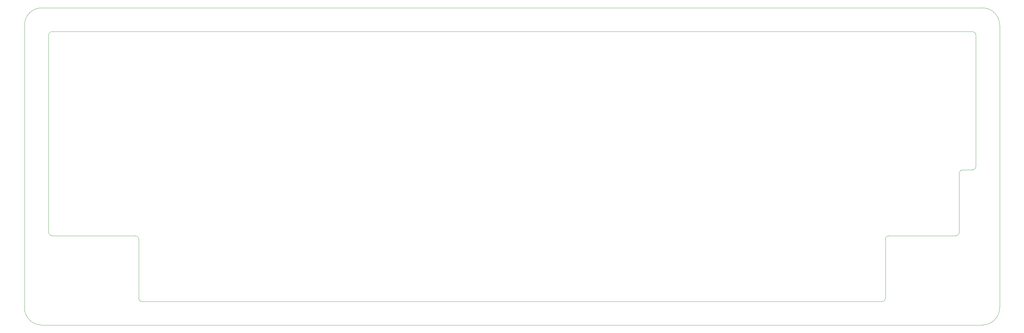
<source format=gm1>
G04 #@! TF.GenerationSoftware,KiCad,Pcbnew,(5.1.4-0-10_14)*
G04 #@! TF.CreationDate,2020-05-16T16:30:02+09:00*
G04 #@! TF.ProjectId,chavdai40-case,63686176-6461-4693-9430-2d636173652e,rev?*
G04 #@! TF.SameCoordinates,Original*
G04 #@! TF.FileFunction,Profile,NP*
%FSLAX46Y46*%
G04 Gerber Fmt 4.6, Leading zero omitted, Abs format (unit mm)*
G04 Created by KiCad (PCBNEW (5.1.4-0-10_14)) date 2020-05-16 16:30:02*
%MOMM*%
%LPD*%
G04 APERTURE LIST*
%ADD10C,0.050000*%
G04 APERTURE END LIST*
D10*
X20000000Y-18900000D02*
X286700000Y-18900000D01*
X19000000Y-19900000D02*
G75*
G02X20000000Y-18900000I1000000J0D01*
G01*
X286700000Y-18900000D02*
G75*
G02X287700000Y-19900000I0J-1000000D01*
G01*
X287700000Y-58000000D02*
X287700000Y-19900000D01*
X287700000Y-58000000D02*
G75*
G02X286700000Y-59000000I-1000000J0D01*
G01*
X283900000Y-59000000D02*
X286700000Y-59000000D01*
X282900000Y-60000000D02*
G75*
G02X283900000Y-59000000I1000000J0D01*
G01*
X282900000Y-77100000D02*
G75*
G02X281900000Y-78100000I-1000000J0D01*
G01*
X282900000Y-77100000D02*
X282900000Y-60000000D01*
X261500000Y-79100000D02*
G75*
G02X262500000Y-78100000I1000000J0D01*
G01*
X262500000Y-78100000D02*
X281900000Y-78100000D01*
X261500000Y-96200000D02*
X261500000Y-79100000D01*
X261500000Y-96200000D02*
G75*
G02X260500000Y-97200000I-1000000J0D01*
G01*
X46100000Y-97200000D02*
X260500000Y-97200000D01*
X46100000Y-97200000D02*
G75*
G02X45100000Y-96200000I0J1000000D01*
G01*
X44100000Y-78100000D02*
G75*
G02X45100000Y-79100000I0J-1000000D01*
G01*
X45100000Y-79100000D02*
X45100000Y-96200000D01*
X20000000Y-78100000D02*
X44100000Y-78100000D01*
X20000000Y-78100000D02*
G75*
G02X19000000Y-77100000I0J1000000D01*
G01*
X19000000Y-19900000D02*
X19000000Y-77100000D01*
X289600000Y-12000000D02*
G75*
G02X294600000Y-17000000I0J-5000000D01*
G01*
X294600000Y-99000000D02*
G75*
G02X289600000Y-104000000I-5000000J0D01*
G01*
X17000000Y-104000000D02*
G75*
G02X12000000Y-99000000I0J5000000D01*
G01*
X12001500Y-17000000D02*
G75*
G02X17000000Y-12001500I4998500J0D01*
G01*
X17000000Y-104000000D02*
X289600000Y-104000000D01*
X294600000Y-99000000D02*
X294600000Y-17000000D01*
X12000000Y-17000000D02*
X12000000Y-99000000D01*
X17000000Y-12001500D02*
X289600000Y-12000000D01*
M02*

</source>
